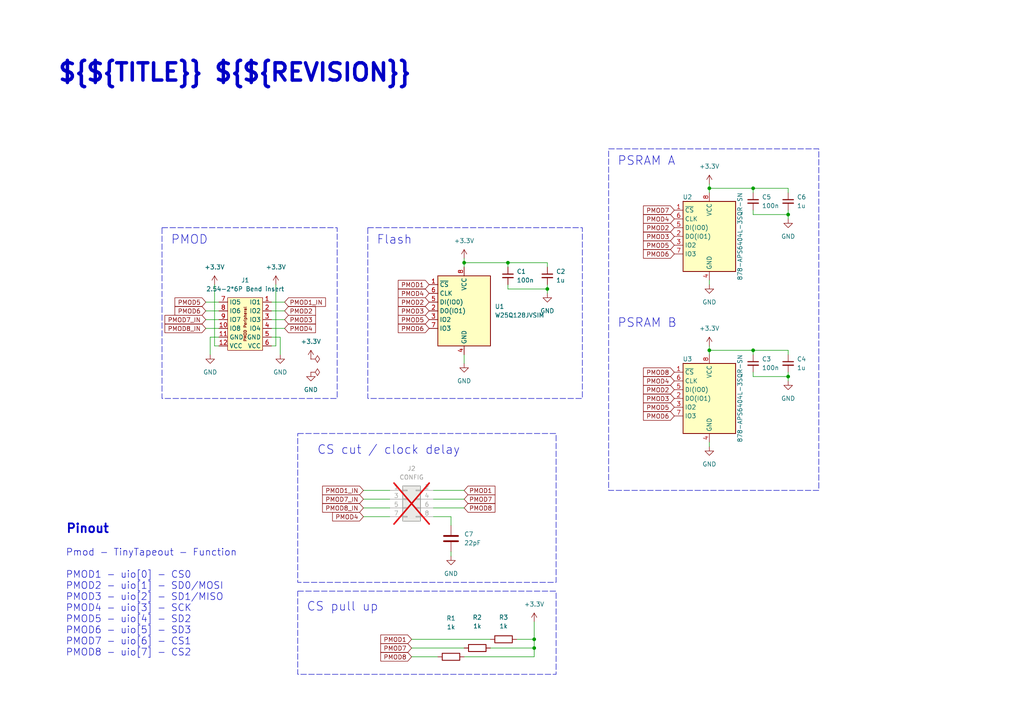
<source format=kicad_sch>
(kicad_sch (version 20231120) (generator "eeschema") (generator_version "8.0")
  (paper "A4")
  (title_block (title "${TITLE}") (rev "${REVISION}"))
  (lib_symbols
    (symbol "Connector_Generic:Conn_02x04_Odd_Even" (pin_names (offset 1.016) hide)
      (property "Reference" "J" (at 1.27 5.08 0))
      (property "Value" "Conn_02x04_Odd_Even" (at 1.27 -7.62 0))
      (symbol "Conn_02x04_Odd_Even_1_1"
        (rectangle (start -1.27 -4.953) (end 0 -5.207) (stroke (width 0.1524)))
        (rectangle (start -1.27 -2.413) (end 0 -2.667) (stroke (width 0.1524)))
        (rectangle (start -1.27 0.127) (end 0 -0.127) (stroke (width 0.1524)))
        (rectangle (start -1.27 2.667) (end 0 2.413) (stroke (width 0.1524)))
        (rectangle (start -1.27 3.81) (end 3.81 -6.35) (stroke (width 0.254)) (fill (type background)))
        (rectangle (start 3.81 -4.953) (end 2.54 -5.207) (stroke (width 0.1524)))
        (rectangle (start 3.81 -2.413) (end 2.54 -2.667) (stroke (width 0.1524)))
        (rectangle (start 3.81 0.127) (end 2.54 -0.127) (stroke (width 0.1524)))
        (rectangle (start 3.81 2.667) (end 2.54 2.413) (stroke (width 0.1524)))
        (pin passive line (at -5.08 2.54 0) (length 3.81) (name "Pin_1") (number "1"))
        (pin passive line (at 7.62 2.54 180) (length 3.81) (name "Pin_2") (number "2"))
        (pin passive line (at -5.08 0 0) (length 3.81) (name "Pin_3") (number "3"))
        (pin passive line (at 7.62 0 180) (length 3.81) (name "Pin_4") (number "4"))
        (pin passive line (at -5.08 -2.54 0) (length 3.81) (name "Pin_5") (number "5"))
        (pin passive line (at 7.62 -2.54 180) (length 3.81) (name "Pin_6") (number "6"))
        (pin passive line (at -5.08 -5.08 0) (length 3.81) (name "Pin_7") (number "7"))
        (pin passive line (at 7.62 -5.08 180) (length 3.81) (name "Pin_8") (number "8"))
      )
    )
    (symbol "Device:C" (pin_numbers hide) (pin_names (offset 0.254))
      (property "Reference" "C" (at 0.635 2.54 0))
      (property "Value" "C" (at 0.635 -2.54 0))
      (symbol "C_0_1"
        (polyline (pts (xy -2.032 -0.762) (xy 2.032 -0.762)) (stroke (width 0.508)))
        (polyline (pts (xy -2.032 0.762) (xy 2.032 0.762)) (stroke (width 0.508)))
      )
      (symbol "C_1_1"
        (pin passive line (at 0 3.81 270) (length 2.794) (name "~") (number "1"))
        (pin passive line (at 0 -3.81 90) (length 2.794) (name "~") (number "2"))
      )
    )
    (symbol "Device:C_Small" (pin_numbers hide) (pin_names (offset 0.254) hide)
      (property "Reference" "C" (at 0.254 1.778 0))
      (property "Value" "C_Small" (at 0.254 -2.032 0))
      (symbol "C_Small_0_1"
        (polyline (pts (xy -1.524 -0.508) (xy 1.524 -0.508)) (stroke (width 0.3302)))
        (polyline (pts (xy -1.524 0.508) (xy 1.524 0.508)) (stroke (width 0.3048)))
      )
      (symbol "C_Small_1_1"
        (pin passive line (at 0 2.54 270) (length 2.032) (name "~") (number "1"))
        (pin passive line (at 0 -2.54 90) (length 2.032) (name "~") (number "2"))
      )
    )
    (symbol "Device:R" (pin_numbers hide) (pin_names (offset 0))
      (property "Reference" "R" (at 2.032 0 90))
      (property "Value" "R" (at 0 0 90))
      (symbol "R_0_1"
        (rectangle (start -1.016 -2.54) (end 1.016 2.54) (stroke (width 0.254)))
      )
      (symbol "R_1_1"
        (pin passive line (at 0 3.81 270) (length 1.27) (name "~") (number "1"))
        (pin passive line (at 0 -3.81 90) (length 1.27) (name "~") (number "2"))
      )
    )
    (symbol "Memory_Flash:W25Q128JVS"
      (property "Reference" "U" (at -8.89 8.89 0))
      (property "Value" "W25Q128JVS" (at 7.62 8.89 0))
      (symbol "W25Q128JVS_0_1"
        (rectangle (start -7.62 10.16) (end 7.62 -10.16) (stroke (width 0.254)) (fill (type background)))
      )
      (symbol "W25Q128JVS_1_1"
        (pin input line (at -10.16 7.62 0) (length 2.54) (name "~{CS}") (number "1"))
        (pin bidirectional line (at -10.16 0 0) (length 2.54) (name "DO(IO1)") (number "2"))
        (pin bidirectional line (at -10.16 -2.54 0) (length 2.54) (name "IO2") (number "3"))
        (pin power_in line (at 0 -12.7 90) (length 2.54) (name "GND") (number "4"))
        (pin bidirectional line (at -10.16 2.54 0) (length 2.54) (name "DI(IO0)") (number "5"))
        (pin input line (at -10.16 5.08 0) (length 2.54) (name "CLK") (number "6"))
        (pin bidirectional line (at -10.16 -5.08 0) (length 2.54) (name "IO3") (number "7"))
        (pin power_in line (at 0 12.7 270) (length 2.54) (name "VCC") (number "8"))
      )
    )
    (symbol "power:+3.3V" (power) (pin_names (offset 0))
      (property "Value" "+3.3V" (at 0 3.556 0))
      (symbol "+3.3V_0_1"
        (polyline (pts (xy -0.762 1.27) (xy 0 2.54)))
        (polyline (pts (xy 0 0) (xy 0 2.54)))
        (polyline (pts (xy 0 2.54) (xy 0.762 1.27)))
      )
      (symbol "+3.3V_1_1"
        (pin power_in line (at 0 0 90) (length 0) hide (name "+3.3V") (number "1"))
      )
    )
    (symbol "power:GND" (power) (pin_names (offset 0))
      (property "Value" "GND" (at 0 -3.81 0))
      (symbol "GND_0_1"
        (polyline (pts (xy 0 0) (xy 0 -1.27) (xy 1.27 -1.27) (xy 0 -2.54) (xy -1.27 -1.27) (xy 0 -1.27)))
      )
      (symbol "GND_1_1"
        (pin power_in line (at 0 0 270) (length 0) hide (name "GND") (number "1"))
      )
    )
    (symbol "power:PWR_FLAG" (power) (pin_numbers hide) (pin_names (offset 0) hide)
      (property "Value" "PWR_FLAG" (at 0 3.81 0))
      (symbol "PWR_FLAG_0_0"
        (pin power_out line (at 0 0 90) (length 0) (name "pwr") (number "1"))
      )
      (symbol "PWR_FLAG_0_1"
        (polyline (pts (xy 0 0) (xy 0 1.27) (xy -1.016 1.905) (xy 0 2.54) (xy 1.016 1.905) (xy 0 1.27)))
      )
    )
    (symbol "qspi-pmod:878-APS6404L-3SQR-SN"
      (property "Reference" "U" (at -6.35 11.43 0))
      (property "Value" "878-APS6404L-3SQR-SN" (at 8.89 0 90))
      (symbol "878-APS6404L-3SQR-SN_0_1"
        (rectangle (start -7.62 10.16) (end 7.62 -10.16) (stroke (width 0.254)) (fill (type background)))
      )
      (symbol "878-APS6404L-3SQR-SN_1_1"
        (pin input line (at -10.16 7.62 0) (length 2.54) (name "~{CS}") (number "1"))
        (pin bidirectional line (at -10.16 0 0) (length 2.54) (name "DO(IO1)") (number "2"))
        (pin bidirectional line (at -10.16 -2.54 0) (length 2.54) (name "IO2") (number "3"))
        (pin power_in line (at 0 -12.7 90) (length 2.54) (name "GND") (number "4"))
        (pin bidirectional line (at -10.16 2.54 0) (length 2.54) (name "DI(IO0)") (number "5"))
        (pin input line (at -10.16 5.08 0) (length 2.54) (name "CLK") (number "6"))
        (pin bidirectional line (at -10.16 -5.08 0) (length 2.54) (name "IO3") (number "7"))
        (pin power_in line (at 0 12.7 270) (length 2.54) (name "VCC") (number "8"))
      )
    )
    (symbol "tt:PMOD_PERIPH_2x6"
      (property "Reference" "J" (at -3.81 12.7 0))
      (property "Value" "10129382-912001BLF" (at 2.54 -5.08 0))
      (symbol "PMOD_PERIPH_2x6_1_1"
        (rectangle (start -5.08 11.43) (end 5.08 -3.81) (fill (type background)))
        (text "PMOD Peripheral" (at 0 3.81 900) (effects (font (size 0.8 0.8))))
        (pin bidirectional line (at -7.62 10.16 0) (length 2.54) (name "IO1") (number "1"))
        (pin bidirectional line (at 7.62 2.54 180) (length 2.54) (name "IO8") (number "10"))
        (pin power_in line (at 7.62 0 180) (length 2.54) (name "GND") (number "11"))
        (pin power_in line (at 7.62 -2.54 180) (length 2.54) (name "VCC") (number "12"))
        (pin bidirectional line (at -7.62 7.62 0) (length 2.54) (name "IO2") (number "2"))
        (pin bidirectional line (at -7.62 5.08 0) (length 2.54) (name "IO3") (number "3"))
        (pin bidirectional line (at -7.62 2.54 0) (length 2.54) (name "IO4") (number "4"))
        (pin power_in line (at -7.62 0 0) (length 2.54) (name "GND") (number "5"))
        (pin power_in line (at -7.62 -2.54 0) (length 2.54) (name "VCC") (number "6"))
        (pin bidirectional line (at 7.62 10.16 180) (length 2.54) (name "IO5") (number "7"))
        (pin bidirectional line (at 7.62 7.62 180) (length 2.54) (name "IO6") (number "8"))
        (pin bidirectional line (at 7.62 5.08 180) (length 2.54) (name "IO7") (number "9"))
      )
    )
  )
  (junction (at 147.32 76.2))
  (junction (at 154.94 185.42))
  (junction (at 205.74 54.61))
  (junction (at 228.6 109.22))
  (junction (at 154.94 187.96))
  (junction (at 218.44 54.61))
  (junction (at 228.6 62.23))
  (junction (at 205.74 101.6))
  (junction (at 218.44 101.6))
  (junction (at 158.75 83.82))
  (junction (at 134.62 76.2))
  (wire (pts (xy 218.44 101.6) (xy 228.6 101.6)))
  (wire (pts (xy 105.41 149.86) (xy 113.03 149.86)))
  (wire (pts (xy 81.28 97.79) (xy 81.28 102.87)))
  (wire (pts (xy 158.75 76.2) (xy 158.75 77.47)))
  (wire (pts (xy 80.01 82.55) (xy 80.01 100.33)))
  (wire (pts (xy 105.41 144.78) (xy 113.03 144.78)))
  (wire (pts (xy 63.5 97.79) (xy 60.96 97.79)))
  (wire (pts (xy 142.24 187.96) (xy 154.94 187.96)))
  (wire (pts (xy 154.94 187.96) (xy 154.94 185.42)))
  (wire (pts (xy 158.75 83.82) (xy 147.32 83.82)))
  (wire (pts (xy 218.44 54.61) (xy 228.6 54.61)))
  (wire (pts (xy 228.6 62.23) (xy 218.44 62.23)))
  (wire (pts (xy 134.62 74.93) (xy 134.62 76.2)))
  (wire (pts (xy 130.81 160.02) (xy 130.81 161.29)))
  (wire (pts (xy 147.32 76.2) (xy 158.75 76.2)))
  (wire (pts (xy 125.73 147.32) (xy 134.62 147.32)))
  (wire (pts (xy 205.74 53.34) (xy 205.74 54.61)))
  (wire (pts (xy 205.74 81.28) (xy 205.74 82.55)))
  (wire (pts (xy 78.74 90.17) (xy 82.55 90.17)))
  (wire (pts (xy 63.5 100.33) (xy 62.23 100.33)))
  (wire (pts (xy 205.74 54.61) (xy 205.74 55.88)))
  (wire (pts (xy 105.41 147.32) (xy 113.03 147.32)))
  (wire (pts (xy 59.69 92.71) (xy 63.5 92.71)))
  (wire (pts (xy 125.73 142.24) (xy 134.62 142.24)))
  (wire (pts (xy 228.6 109.22) (xy 228.6 110.49)))
  (wire (pts (xy 228.6 60.96) (xy 228.6 62.23)))
  (wire (pts (xy 205.74 100.33) (xy 205.74 101.6)))
  (wire (pts (xy 78.74 97.79) (xy 81.28 97.79)))
  (wire (pts (xy 218.44 54.61) (xy 218.44 55.88)))
  (wire (pts (xy 205.74 101.6) (xy 205.74 102.87)))
  (wire (pts (xy 147.32 76.2) (xy 147.32 77.47)))
  (wire (pts (xy 119.38 187.96) (xy 134.62 187.96)))
  (wire (pts (xy 154.94 190.5) (xy 154.94 187.96)))
  (wire (pts (xy 105.41 142.24) (xy 113.03 142.24)))
  (wire (pts (xy 228.6 62.23) (xy 228.6 63.5)))
  (wire (pts (xy 154.94 180.34) (xy 154.94 185.42)))
  (wire (pts (xy 205.74 54.61) (xy 218.44 54.61)))
  (wire (pts (xy 134.62 190.5) (xy 154.94 190.5)))
  (wire (pts (xy 125.73 144.78) (xy 134.62 144.78)))
  (wire (pts (xy 205.74 101.6) (xy 218.44 101.6)))
  (wire (pts (xy 218.44 62.23) (xy 218.44 60.96)))
  (wire (pts (xy 119.38 190.5) (xy 127 190.5)))
  (wire (pts (xy 154.94 185.42) (xy 149.86 185.42)))
  (wire (pts (xy 78.74 100.33) (xy 80.01 100.33)))
  (wire (pts (xy 134.62 76.2) (xy 147.32 76.2)))
  (wire (pts (xy 218.44 101.6) (xy 218.44 102.87)))
  (wire (pts (xy 62.23 82.55) (xy 62.23 100.33)))
  (wire (pts (xy 59.69 90.17) (xy 63.5 90.17)))
  (wire (pts (xy 78.74 95.25) (xy 82.55 95.25)))
  (wire (pts (xy 147.32 83.82) (xy 147.32 82.55)))
  (wire (pts (xy 59.69 95.25) (xy 63.5 95.25)))
  (wire (pts (xy 60.96 97.79) (xy 60.96 102.87)))
  (wire (pts (xy 78.74 87.63) (xy 82.55 87.63)))
  (wire (pts (xy 119.38 185.42) (xy 142.24 185.42)))
  (wire (pts (xy 218.44 109.22) (xy 218.44 107.95)))
  (wire (pts (xy 158.75 83.82) (xy 158.75 85.09)))
  (wire (pts (xy 228.6 54.61) (xy 228.6 55.88)))
  (wire (pts (xy 218.44 109.22) (xy 228.6 109.22)))
  (wire (pts (xy 205.74 128.27) (xy 205.74 129.54)))
  (wire (pts (xy 134.62 76.2) (xy 134.62 77.47)))
  (wire (pts (xy 158.75 82.55) (xy 158.75 83.82)))
  (wire (pts (xy 228.6 107.95) (xy 228.6 109.22)))
  (wire (pts (xy 130.81 149.86) (xy 130.81 152.4)))
  (wire (pts (xy 78.74 92.71) (xy 82.55 92.71)))
  (wire (pts (xy 125.73 149.86) (xy 130.81 149.86)))
  (wire (pts (xy 134.62 102.87) (xy 134.62 105.41)))
  (wire (pts (xy 228.6 101.6) (xy 228.6 102.87)))
  (wire (pts (xy 59.69 87.63) (xy 63.5 87.63)))
  (rectangle (start 106.68 66.04) (end 168.91 115.57) (stroke (width 0) (type dash)))
  (rectangle (start 176.53 43.18) (end 237.49 142.24) (stroke (width 0) (type dash)))
  (rectangle (start 46.99 66.04) (end 97.79 115.57) (stroke (width 0) (type dash)))
  (rectangle (start 86.36 125.73) (end 161.29 168.91) (stroke (width 0) (type dash)))
  (rectangle (start 86.36 171.45) (end 161.29 195.58) (stroke (width 0) (type dash)))
  (text "CS cut / clock delay" (at 91.948 132.08 0) (effects (font (size 2.54 2.54)) (justify left bottom)))
  (text "PMOD" (at 49.53 71.12 0) (effects (font (size 2.54 2.54)) (justify left bottom)))
  (text "Flash" (at 109.22 71.12 0) (effects (font (size 2.54 2.54)) (justify left bottom)))
  (text "PSRAM B" (at 179.07 95.25 0) (effects (font (size 2.54 2.54)) (justify left bottom)))
  (text "CS pull up" (at 88.9 177.546 0) (effects (font (size 2.54 2.54)) (justify left bottom)))
  (text "${TITLE} ${REVISION}" (at 16.51 24.13 0) (effects (font (size 5 5) (bold yes)) (justify left bottom)))
  (text "PSRAM A" (at 179.07 48.26 0) (effects (font (size 2.54 2.54)) (justify left bottom)))
  (text "Pmod - TinyTapeout - Function\n\nPMOD1 - uio[0] - CS0\nPMOD2 - uio[1] - SD0/MOSI\nPMOD3 - uio[2] - SD1/MISO\nPMOD4 - uio[3] - SCK\nPMOD5 - uio[4] - SD2\nPMOD6 - uio[5] - SD3\nPMOD7 - uio[6] - CS1\nPMOD8 - uio[7] - CS2" (at 19.05 190.5 0) (effects (font (size 2 2)) (justify left bottom)))
  (text "Pinout" (at 19.05 154.94 0) (effects (font (size 2.54 2.54) (thickness 0.508) (bold yes)) (justify left bottom)))
  (global_label "PMOD2" (shape input) (at 82.55 90.17 0) (property "Intersheetrefs" "${INTERSHEET_REFS}" (effects (hide yes))))
  (global_label "PMOD1_IN" (shape input) (at 82.55 87.63 0) (property "Intersheetrefs" "${INTERSHEET_REFS}" (effects (hide yes))))
  (global_label "PMOD5" (shape input) (at 195.58 118.11 180) (property "Intersheetrefs" "${INTERSHEET_REFS}" (effects (hide yes))))
  (global_label "PMOD6" (shape input) (at 124.46 95.25 180) (property "Intersheetrefs" "${INTERSHEET_REFS}" (effects (hide yes))))
  (global_label "PMOD2" (shape input) (at 195.58 113.03 180) (property "Intersheetrefs" "${INTERSHEET_REFS}" (effects (hide yes))))
  (global_label "PMOD5" (shape input) (at 124.46 92.71 180) (property "Intersheetrefs" "${INTERSHEET_REFS}" (effects (hide yes))))
  (global_label "PMOD6" (shape input) (at 195.58 73.66 180) (property "Intersheetrefs" "${INTERSHEET_REFS}" (effects (hide yes))))
  (global_label "PMOD4" (shape input) (at 195.58 110.49 180) (property "Intersheetrefs" "${INTERSHEET_REFS}" (effects (hide yes))))
  (global_label "PMOD2" (shape input) (at 195.58 66.04 180) (property "Intersheetrefs" "${INTERSHEET_REFS}" (effects (hide yes))))
  (global_label "PMOD1_IN" (shape input) (at 105.41 142.24 180) (property "Intersheetrefs" "${INTERSHEET_REFS}" (effects (hide yes))))
  (global_label "PMOD8_IN" (shape input) (at 105.41 147.32 180) (property "Intersheetrefs" "${INTERSHEET_REFS}" (effects (hide yes))))
  (global_label "PMOD4" (shape input) (at 195.58 63.5 180) (property "Intersheetrefs" "${INTERSHEET_REFS}" (effects (hide yes))))
  (global_label "PMOD3" (shape input) (at 195.58 68.58 180) (property "Intersheetrefs" "${INTERSHEET_REFS}" (effects (hide yes))))
  (global_label "PMOD8" (shape input) (at 119.38 190.5 180) (property "Intersheetrefs" "${INTERSHEET_REFS}" (effects (hide yes))))
  (global_label "PMOD4" (shape input) (at 124.46 85.09 180) (property "Intersheetrefs" "${INTERSHEET_REFS}" (effects (hide yes))))
  (global_label "PMOD7_IN" (shape input) (at 59.69 92.71 180) (property "Intersheetrefs" "${INTERSHEET_REFS}" (effects (hide yes))))
  (global_label "PMOD2" (shape input) (at 124.46 87.63 180) (property "Intersheetrefs" "${INTERSHEET_REFS}" (effects (hide yes))))
  (global_label "PMOD6" (shape input) (at 59.69 90.17 180) (property "Intersheetrefs" "${INTERSHEET_REFS}" (effects (hide yes))))
  (global_label "PMOD4" (shape input) (at 82.55 95.25 0) (property "Intersheetrefs" "${INTERSHEET_REFS}" (effects (hide yes))))
  (global_label "PMOD7" (shape input) (at 195.58 60.96 180) (property "Intersheetrefs" "${INTERSHEET_REFS}" (effects (hide yes))))
  (global_label "PMOD3" (shape input) (at 124.46 90.17 180) (property "Intersheetrefs" "${INTERSHEET_REFS}" (effects (hide yes))))
  (global_label "PMOD1" (shape input) (at 119.38 185.42 180) (property "Intersheetrefs" "${INTERSHEET_REFS}" (effects (hide yes))))
  (global_label "PMOD7_IN" (shape input) (at 105.41 144.78 180) (property "Intersheetrefs" "${INTERSHEET_REFS}" (effects (hide yes))))
  (global_label "PMOD7" (shape input) (at 119.38 187.96 180) (property "Intersheetrefs" "${INTERSHEET_REFS}" (effects (hide yes))))
  (global_label "PMOD8" (shape input) (at 195.58 107.95 180) (property "Intersheetrefs" "${INTERSHEET_REFS}" (effects (hide yes))))
  (global_label "PMOD5" (shape input) (at 59.69 87.63 180) (property "Intersheetrefs" "${INTERSHEET_REFS}" (effects (hide yes))))
  (global_label "PMOD6" (shape input) (at 195.58 120.65 180) (property "Intersheetrefs" "${INTERSHEET_REFS}" (effects (hide yes))))
  (global_label "PMOD8" (shape input) (at 134.62 147.32 0) (property "Intersheetrefs" "${INTERSHEET_REFS}" (effects (hide yes))))
  (global_label "PMOD1" (shape input) (at 124.46 82.55 180) (property "Intersheetrefs" "${INTERSHEET_REFS}" (effects (hide yes))))
  (global_label "PMOD7" (shape input) (at 134.62 144.78 0) (property "Intersheetrefs" "${INTERSHEET_REFS}" (effects (hide yes))))
  (global_label "PMOD4" (shape input) (at 105.41 149.86 180) (property "Intersheetrefs" "${INTERSHEET_REFS}" (effects (hide yes))))
  (global_label "PMOD8_IN" (shape input) (at 59.69 95.25 180) (property "Intersheetrefs" "${INTERSHEET_REFS}" (effects (hide yes))))
  (global_label "PMOD3" (shape input) (at 82.55 92.71 0) (property "Intersheetrefs" "${INTERSHEET_REFS}" (effects (hide yes))))
  (global_label "PMOD5" (shape input) (at 195.58 71.12 180) (property "Intersheetrefs" "${INTERSHEET_REFS}" (effects (hide yes))))
  (global_label "PMOD3" (shape input) (at 195.58 115.57 180) (property "Intersheetrefs" "${INTERSHEET_REFS}" (effects (hide yes))))
  (global_label "PMOD1" (shape input) (at 134.62 142.24 0) (property "Intersheetrefs" "${INTERSHEET_REFS}" (effects (hide yes))))
  (symbol (lib_id "qspi-pmod:878-APS6404L-3SQR-SN") (at 205.74 115.57 0) (unit 1)
    (property "Reference" "U3" (at 199.39 104.14 0))
    (property "Value" "878-APS6404L-3SQR-SN" (at 214.63 115.57 90))
    (property "Footprint" "Package_SO:SOP-8_3.9x4.9mm_P1.27mm" (effects (hide yes)))
    (property "Datasheet" "https://www.mouser.at/datasheet/2/1127/APM_PSRAM_QSPI_APS6404L_3SQR_v2_3_PKG-1954826.pdf" (effects (hide yes)))
    (property "MPN" "APS6404L-3SQR-SN" (effects (hide yes)))
  )
  (symbol (lib_id "power:+3.3V") (at 205.74 100.33 0) (unit 1)
    (property "Reference" "#PWR010" (effects (hide yes)))
    (property "Value" "+3.3V" (at 205.74 95.25 0))
  )
  (symbol (lib_id "power:GND") (at 60.96 102.87 0) (unit 1)
    (property "Reference" "#PWR02" (effects (hide yes)))
    (property "Value" "GND" (at 60.96 107.95 0))
  )
  (symbol (lib_id "Device:R") (at 130.81 190.5 90) (unit 1)
    (property "Reference" "R1" (at 130.81 179.324 90))
    (property "Value" "1k" (at 130.81 181.864 90))
    (property "Footprint" "Resistor_SMD:R_0402_1005Metric" (effects (hide yes)))
    (property "Description" "Resistor" (effects (hide yes)))
    (property "MPN" "0402WGF1001TCE" (effects (hide yes)))
  )
  (symbol (lib_id "power:GND") (at 134.62 105.41 0) (unit 1)
    (property "Reference" "#PWR08" (effects (hide yes)))
    (property "Value" "GND" (at 134.62 110.49 0))
  )
  (symbol (lib_id "Device:C_Small") (at 158.75 80.01 0) (unit 1)
    (property "Reference" "C2" (at 161.29 78.7463 0) (effects (justify left)))
    (property "Value" "1u" (at 161.29 81.2863 0) (effects (justify left)))
    (property "Footprint" "Capacitor_SMD:C_0402_1005Metric" (effects (hide yes)))
    (property "MPN" "C0402C105M9PAC" (effects (hide yes)))
  )
  (symbol (lib_id "tt:PMOD_PERIPH_2x6") (at 71.12 97.79 0) (mirror y) (unit 1)
    (property "Reference" "J1" (at 71.12 81.28 0))
    (property "Value" "2.54-2*6P Bend insert" (at 71.12 83.82 0))
    (property "Footprint" "tt:PinHeader_2x06_P2.54mm_PMODPeriph2B" (effects (hide yes)))
    (property "Datasheet" "https://cdn.amphenol-cs.com/media/wysiwyg/files/drawing/10129382.pdf" (effects (hide yes)))
    (property "Description" "Male PMOD Peripheral connector" (effects (hide yes)))
    (property "MPN" "2.54-2*6P" (effects (hide yes)))
    (property "LCSC Part" "C60565" (effects (hide yes)))
  )
  (symbol (lib_id "power:GND") (at 205.74 129.54 0) (unit 1)
    (property "Reference" "#PWR011" (effects (hide yes)))
    (property "Value" "GND" (at 205.74 134.62 0))
  )
  (symbol (lib_id "power:+3.3V") (at 90.17 104.14 0) (unit 1)
    (property "Reference" "#PWR05" (effects (hide yes)))
    (property "Value" "+3.3V" (at 90.17 99.06 0))
  )
  (symbol (lib_id "power:GND") (at 90.17 107.95 0) (unit 1)
    (property "Reference" "#PWR06" (effects (hide yes)))
    (property "Value" "GND" (at 90.17 113.03 0))
  )
  (symbol (lib_id "Connector_Generic:Conn_02x04_Odd_Even") (at 118.11 144.78 0) (unit 1) (dnp yes)
    (property "Reference" "J2" (at 119.38 135.89 0))
    (property "Value" "CONFIG" (at 119.38 138.43 0))
    (property "Footprint" "Connector_PinHeader_2.54mm:PinHeader_2x04_P2.54mm_Vertical" (effects (hide yes)))
    (property "Description" "Generic connector, double row, 02x04, odd/even pin numbering scheme (row 1 odd numbers, row 2 even numbers), script generated (kicad-library-utils/schlib/autogen/connector/)" (effects (hide yes)))
  )
  (symbol (lib_id "Device:C") (at 130.81 156.21 180) (unit 1)
    (property "Reference" "C7" (at 134.62 154.9399 0) (effects (justify right)))
    (property "Value" "22pF" (at 134.62 157.4799 0) (effects (justify right)))
    (property "Footprint" "Capacitor_SMD:C_0402_1005Metric" (effects (hide yes)))
    (property "Description" "Unpolarized capacitor" (effects (hide yes)))
    (property "MPN" "0402CG220J500NT" (effects (hide yes)))
  )
  (symbol (lib_id "Device:C_Small") (at 228.6 105.41 0) (unit 1)
    (property "Reference" "C4" (at 231.14 104.1463 0) (effects (justify left)))
    (property "Value" "1u" (at 231.14 106.6863 0) (effects (justify left)))
    (property "Footprint" "Capacitor_SMD:C_0402_1005Metric" (effects (hide yes)))
    (property "MPN" "C0402C105M9PAC" (effects (hide yes)))
  )
  (symbol (lib_id "power:GND") (at 130.81 161.29 0) (unit 1)
    (property "Reference" "#PWR016" (effects (hide yes)))
    (property "Value" "GND" (at 130.81 166.37 0))
  )
  (symbol (lib_id "power:PWR_FLAG") (at 90.17 104.14 270) (unit 1)
    (property "Reference" "#FLG01" (effects (hide yes)))
    (property "Value" "PWR_FLAG" (effects (hide yes)))
  )
  (symbol (lib_id "Memory_Flash:W25Q128JVS") (at 134.62 90.17 0) (unit 1)
    (property "Reference" "U1" (at 143.51 88.8999 0) (effects (justify left)))
    (property "Value" "W25Q128JVSIM" (at 143.51 91.4399 0) (effects (justify left)))
    (property "Footprint" "Package_SO:SOIC-8_5.23x5.23mm_P1.27mm" (effects (hide yes)))
    (property "Datasheet" "http://www.winbond.com/resource-files/w25q128jv_dtr%20revc%2003272018%20plus.pdf" (effects (hide yes)))
    (property "MPN" "W25Q128JVSIM" (effects (hide yes)))
  )
  (symbol (lib_id "power:+3.3V") (at 62.23 82.55 0) (unit 1)
    (property "Reference" "#PWR01" (effects (hide yes)))
    (property "Value" "+3.3V" (at 62.23 77.47 0))
  )
  (symbol (lib_id "power:+3.3V") (at 134.62 74.93 0) (unit 1)
    (property "Reference" "#PWR07" (effects (hide yes)))
    (property "Value" "+3.3V" (at 134.62 69.85 0))
  )
  (symbol (lib_id "power:GND") (at 158.75 85.09 0) (unit 1)
    (property "Reference" "#PWR09" (effects (hide yes)))
    (property "Value" "GND" (at 158.75 90.17 0))
  )
  (symbol (lib_id "power:GND") (at 228.6 63.5 0) (unit 1)
    (property "Reference" "#PWR015" (effects (hide yes)))
    (property "Value" "GND" (at 228.6 68.58 0))
  )
  (symbol (lib_id "qspi-pmod:878-APS6404L-3SQR-SN") (at 205.74 68.58 0) (unit 1)
    (property "Reference" "U2" (at 199.39 57.15 0))
    (property "Value" "878-APS6404L-3SQR-SN" (at 214.63 68.58 90))
    (property "Footprint" "Package_SO:SOP-8_3.9x4.9mm_P1.27mm" (effects (hide yes)))
    (property "Datasheet" "https://www.mouser.at/datasheet/2/1127/APM_PSRAM_QSPI_APS6404L_3SQR_v2_3_PKG-1954826.pdf" (effects (hide yes)))
    (property "MPN" "APS6404L-3SQR-SN" (effects (hide yes)))
  )
  (symbol (lib_id "Device:R") (at 146.05 185.42 90) (unit 1)
    (property "Reference" "R3" (at 146.05 179.07 90))
    (property "Value" "1k" (at 146.05 181.61 90))
    (property "Footprint" "Resistor_SMD:R_0402_1005Metric" (effects (hide yes)))
    (property "Description" "Resistor" (effects (hide yes)))
    (property "MPN" "0402WGF1001TCE" (effects (hide yes)))
  )
  (symbol (lib_id "power:+3.3V") (at 205.74 53.34 0) (unit 1)
    (property "Reference" "#PWR013" (effects (hide yes)))
    (property "Value" "+3.3V" (at 205.74 48.26 0))
  )
  (symbol (lib_id "Device:C_Small") (at 147.32 80.01 0) (unit 1)
    (property "Reference" "C1" (at 149.86 78.7463 0) (effects (justify left)))
    (property "Value" "100n" (at 149.86 81.2863 0) (effects (justify left)))
    (property "Footprint" "Capacitor_SMD:C_0402_1005Metric" (effects (hide yes)))
    (property "MPN" "0402YC104KAT2A" (effects (hide yes)))
  )
  (symbol (lib_id "power:GND") (at 205.74 82.55 0) (unit 1)
    (property "Reference" "#PWR014" (effects (hide yes)))
    (property "Value" "GND" (at 205.74 87.63 0))
  )
  (symbol (lib_id "Device:C_Small") (at 218.44 105.41 0) (unit 1)
    (property "Reference" "C3" (at 220.98 104.1463 0) (effects (justify left)))
    (property "Value" "100n" (at 220.98 106.6863 0) (effects (justify left)))
    (property "Footprint" "Capacitor_SMD:C_0402_1005Metric" (effects (hide yes)))
    (property "MPN" "0402YC104KAT2A" (effects (hide yes)))
  )
  (symbol (lib_id "power:+3.3V") (at 154.94 180.34 0) (unit 1)
    (property "Reference" "#PWR017" (effects (hide yes)))
    (property "Value" "+3.3V" (at 154.94 175.26 0))
  )
  (symbol (lib_id "power:PWR_FLAG") (at 90.17 107.95 270) (unit 1)
    (property "Reference" "#FLG02" (effects (hide yes)))
    (property "Value" "PWR_FLAG" (effects (hide yes)))
  )
  (symbol (lib_id "Device:R") (at 138.43 187.96 90) (unit 1)
    (property "Reference" "R2" (at 138.43 179.07 90))
    (property "Value" "1k" (at 138.43 181.61 90))
    (property "Footprint" "Resistor_SMD:R_0402_1005Metric" (effects (hide yes)))
    (property "Description" "Resistor" (effects (hide yes)))
    (property "MPN" "0402WGF1001TCE" (effects (hide yes)))
  )
  (symbol (lib_id "Device:C_Small") (at 228.6 58.42 0) (unit 1)
    (property "Reference" "C6" (at 231.14 57.1563 0) (effects (justify left)))
    (property "Value" "1u" (at 231.14 59.6963 0) (effects (justify left)))
    (property "Footprint" "Capacitor_SMD:C_0402_1005Metric" (effects (hide yes)))
    (property "MPN" "C0402C105M9PAC" (effects (hide yes)))
  )
  (symbol (lib_id "Device:C_Small") (at 218.44 58.42 0) (unit 1)
    (property "Reference" "C5" (at 220.98 57.1563 0) (effects (justify left)))
    (property "Value" "100n" (at 220.98 59.6963 0) (effects (justify left)))
    (property "Footprint" "Capacitor_SMD:C_0402_1005Metric" (effects (hide yes)))
    (property "MPN" "0402YC104KAT2A" (effects (hide yes)))
  )
  (symbol (lib_id "power:+3.3V") (at 80.01 82.55 0) (unit 1)
    (property "Reference" "#PWR04" (effects (hide yes)))
    (property "Value" "+3.3V" (at 80.01 77.47 0))
  )
  (symbol (lib_id "power:GND") (at 81.28 102.87 0) (unit 1)
    (property "Reference" "#PWR03" (effects (hide yes)))
    (property "Value" "GND" (at 81.28 107.95 0))
  )
  (symbol (lib_id "power:GND") (at 228.6 110.49 0) (unit 1)
    (property "Reference" "#PWR012" (effects (hide yes)))
    (property "Value" "GND" (at 228.6 115.57 0))
  )
)
</source>
